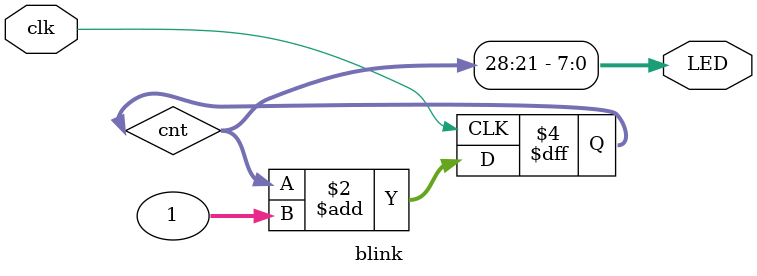
<source format=v>
	module blink (
	input wire clk, // 50MHz input clock
	output wire [7:0] LED// LED ouput
	);

// create a binary counter[31:0] cnt; // 32-bit counter

reg [31:0] cnt;

initial begin

cnt <= 32'h00000000; // start at zero

end

always @(posedge clk) begin

cnt <= cnt + 1; // count up

end

//assign LED to 25th bit of the counter to blink the LED at a few Hz
assign LED = cnt[28:21];

endmodule
</source>
